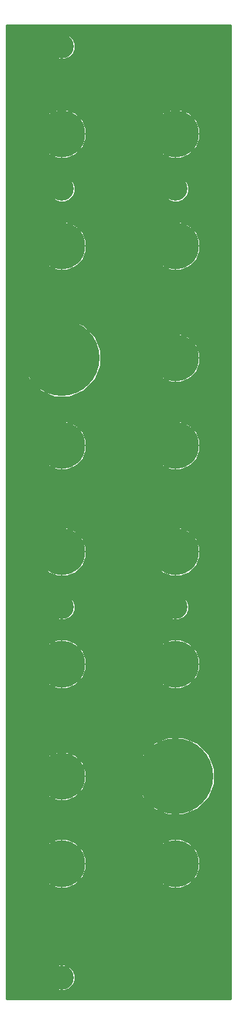
<source format=gtl>
G04 #@! TF.GenerationSoftware,KiCad,Pcbnew,(5.0.0)*
G04 #@! TF.CreationDate,2018-08-12T22:01:39+02:00*
G04 #@! TF.ProjectId,twobytwo_tone_rev1_panel,74776F627974776F5F746F6E655F7265,rev?*
G04 #@! TF.SameCoordinates,Original*
G04 #@! TF.FileFunction,Copper,L1,Top,Signal*
G04 #@! TF.FilePolarity,Positive*
%FSLAX46Y46*%
G04 Gerber Fmt 4.6, Leading zero omitted, Abs format (unit mm)*
G04 Created by KiCad (PCBNEW (5.0.0)) date 08/12/18 22:01:39*
%MOMM*%
%LPD*%
G01*
G04 APERTURE LIST*
G04 #@! TA.AperFunction,ComponentPad*
%ADD10C,6.200000*%
G04 #@! TD*
G04 #@! TA.AperFunction,ComponentPad*
%ADD11C,3.200000*%
G04 #@! TD*
G04 #@! TA.AperFunction,ComponentPad*
%ADD12C,10.000000*%
G04 #@! TD*
G04 #@! TA.AperFunction,NonConductor*
%ADD13C,0.254000*%
G04 #@! TD*
G04 APERTURE END LIST*
D10*
G04 #@! TO.P,REF\002A\002A,*
G04 #@! TO.N,*
X22500000Y-43990000D03*
G04 #@! TD*
G04 #@! TO.P,REF\002A\002A,*
G04 #@! TO.N,*
X22500000Y-110490000D03*
G04 #@! TD*
D11*
G04 #@! TO.P,REF\002A\002A,*
G04 #@! TO.N,*
X22500000Y-76750000D03*
G04 #@! TD*
G04 #@! TO.P,REF\002A\002A,*
G04 #@! TO.N,*
X22500000Y-21750000D03*
G04 #@! TD*
D10*
G04 #@! TO.P,REF\002A\002A,*
G04 #@! TO.N,*
X22500000Y-55490000D03*
G04 #@! TD*
G04 #@! TO.P,REF\002A\002A,*
G04 #@! TO.N,*
X22500000Y-84240000D03*
G04 #@! TD*
G04 #@! TO.P,REF\002A\002A,*
G04 #@! TO.N,*
X22500000Y-14490000D03*
G04 #@! TD*
D12*
G04 #@! TO.P,REF\002A\002A,*
G04 #@! TO.N,*
X22500000Y-98990000D03*
G04 #@! TD*
D10*
G04 #@! TO.P,REF\002A\002A,*
G04 #@! TO.N,*
X22500000Y-29240000D03*
G04 #@! TD*
G04 #@! TO.P,REF\002A\002A,*
G04 #@! TO.N,*
X22500000Y-69490000D03*
G04 #@! TD*
D11*
G04 #@! TO.P,REF\002A\002A,*
G04 #@! TO.N,*
X7500000Y-3000000D03*
G04 #@! TD*
G04 #@! TO.P,REF\002A\002A,*
G04 #@! TO.N,*
X7500000Y-125500000D03*
G04 #@! TD*
D10*
G04 #@! TO.P,REF\002A\002A,*
G04 #@! TO.N,*
X7500000Y-14490000D03*
G04 #@! TD*
G04 #@! TO.P,REF\002A\002A,*
G04 #@! TO.N,*
X7500000Y-110490000D03*
G04 #@! TD*
G04 #@! TO.P,REF\002A\002A,*
G04 #@! TO.N,*
X7500000Y-98990000D03*
G04 #@! TD*
G04 #@! TO.P,REF\002A\002A,*
G04 #@! TO.N,*
X7500000Y-84240000D03*
G04 #@! TD*
G04 #@! TO.P,REF\002A\002A,*
G04 #@! TO.N,*
X7500000Y-69490000D03*
G04 #@! TD*
G04 #@! TO.P,REF\002A\002A,*
G04 #@! TO.N,*
X7500000Y-55490000D03*
G04 #@! TD*
G04 #@! TO.P,REF\002A\002A,*
G04 #@! TO.N,*
X7500000Y-29240000D03*
G04 #@! TD*
D12*
G04 #@! TO.P,REF\002A\002A,*
G04 #@! TO.N,*
X7500000Y-43990000D03*
G04 #@! TD*
D11*
G04 #@! TO.P,REF\002A\002A,*
G04 #@! TO.N,*
X7500000Y-21750000D03*
G04 #@! TD*
G04 #@! TO.P,REF\002A\002A,*
G04 #@! TO.N,*
X7500000Y-76750000D03*
G04 #@! TD*
D13*
G36*
X29773001Y-128273000D02*
X227000Y-128273000D01*
X227000Y-125156478D01*
X5773000Y-125156478D01*
X5773000Y-125843522D01*
X6035920Y-126478267D01*
X6521733Y-126964080D01*
X7156478Y-127227000D01*
X7843522Y-127227000D01*
X8478267Y-126964080D01*
X8964080Y-126478267D01*
X9227000Y-125843522D01*
X9227000Y-125156478D01*
X8964080Y-124521733D01*
X8478267Y-124035920D01*
X7843522Y-123773000D01*
X7156478Y-123773000D01*
X6521733Y-124035920D01*
X6035920Y-124521733D01*
X5773000Y-125156478D01*
X227000Y-125156478D01*
X227000Y-109848110D01*
X4273000Y-109848110D01*
X4273000Y-111131890D01*
X4764281Y-112317949D01*
X5672051Y-113225719D01*
X6858110Y-113717000D01*
X8141890Y-113717000D01*
X9327949Y-113225719D01*
X10235719Y-112317949D01*
X10727000Y-111131890D01*
X10727000Y-109848110D01*
X19273000Y-109848110D01*
X19273000Y-111131890D01*
X19764281Y-112317949D01*
X20672051Y-113225719D01*
X21858110Y-113717000D01*
X23141890Y-113717000D01*
X24327949Y-113225719D01*
X25235719Y-112317949D01*
X25727000Y-111131890D01*
X25727000Y-109848110D01*
X25235719Y-108662051D01*
X24327949Y-107754281D01*
X23141890Y-107263000D01*
X21858110Y-107263000D01*
X20672051Y-107754281D01*
X19764281Y-108662051D01*
X19273000Y-109848110D01*
X10727000Y-109848110D01*
X10235719Y-108662051D01*
X9327949Y-107754281D01*
X8141890Y-107263000D01*
X6858110Y-107263000D01*
X5672051Y-107754281D01*
X4764281Y-108662051D01*
X4273000Y-109848110D01*
X227000Y-109848110D01*
X227000Y-98348110D01*
X4273000Y-98348110D01*
X4273000Y-99631890D01*
X4764281Y-100817949D01*
X5672051Y-101725719D01*
X6858110Y-102217000D01*
X8141890Y-102217000D01*
X9327949Y-101725719D01*
X10235719Y-100817949D01*
X10727000Y-99631890D01*
X10727000Y-98348110D01*
X10570455Y-97970176D01*
X17373000Y-97970176D01*
X17373000Y-100009824D01*
X18153539Y-101894212D01*
X19595788Y-103336461D01*
X21480176Y-104117000D01*
X23519824Y-104117000D01*
X25404212Y-103336461D01*
X26846461Y-101894212D01*
X27627000Y-100009824D01*
X27627000Y-97970176D01*
X26846461Y-96085788D01*
X25404212Y-94643539D01*
X23519824Y-93863000D01*
X21480176Y-93863000D01*
X19595788Y-94643539D01*
X18153539Y-96085788D01*
X17373000Y-97970176D01*
X10570455Y-97970176D01*
X10235719Y-97162051D01*
X9327949Y-96254281D01*
X8141890Y-95763000D01*
X6858110Y-95763000D01*
X5672051Y-96254281D01*
X4764281Y-97162051D01*
X4273000Y-98348110D01*
X227000Y-98348110D01*
X227000Y-83598110D01*
X4273000Y-83598110D01*
X4273000Y-84881890D01*
X4764281Y-86067949D01*
X5672051Y-86975719D01*
X6858110Y-87467000D01*
X8141890Y-87467000D01*
X9327949Y-86975719D01*
X10235719Y-86067949D01*
X10727000Y-84881890D01*
X10727000Y-83598110D01*
X19273000Y-83598110D01*
X19273000Y-84881890D01*
X19764281Y-86067949D01*
X20672051Y-86975719D01*
X21858110Y-87467000D01*
X23141890Y-87467000D01*
X24327949Y-86975719D01*
X25235719Y-86067949D01*
X25727000Y-84881890D01*
X25727000Y-83598110D01*
X25235719Y-82412051D01*
X24327949Y-81504281D01*
X23141890Y-81013000D01*
X21858110Y-81013000D01*
X20672051Y-81504281D01*
X19764281Y-82412051D01*
X19273000Y-83598110D01*
X10727000Y-83598110D01*
X10235719Y-82412051D01*
X9327949Y-81504281D01*
X8141890Y-81013000D01*
X6858110Y-81013000D01*
X5672051Y-81504281D01*
X4764281Y-82412051D01*
X4273000Y-83598110D01*
X227000Y-83598110D01*
X227000Y-76406478D01*
X5773000Y-76406478D01*
X5773000Y-77093522D01*
X6035920Y-77728267D01*
X6521733Y-78214080D01*
X7156478Y-78477000D01*
X7843522Y-78477000D01*
X8478267Y-78214080D01*
X8964080Y-77728267D01*
X9227000Y-77093522D01*
X9227000Y-76406478D01*
X20773000Y-76406478D01*
X20773000Y-77093522D01*
X21035920Y-77728267D01*
X21521733Y-78214080D01*
X22156478Y-78477000D01*
X22843522Y-78477000D01*
X23478267Y-78214080D01*
X23964080Y-77728267D01*
X24227000Y-77093522D01*
X24227000Y-76406478D01*
X23964080Y-75771733D01*
X23478267Y-75285920D01*
X22843522Y-75023000D01*
X22156478Y-75023000D01*
X21521733Y-75285920D01*
X21035920Y-75771733D01*
X20773000Y-76406478D01*
X9227000Y-76406478D01*
X8964080Y-75771733D01*
X8478267Y-75285920D01*
X7843522Y-75023000D01*
X7156478Y-75023000D01*
X6521733Y-75285920D01*
X6035920Y-75771733D01*
X5773000Y-76406478D01*
X227000Y-76406478D01*
X227000Y-68848110D01*
X4273000Y-68848110D01*
X4273000Y-70131890D01*
X4764281Y-71317949D01*
X5672051Y-72225719D01*
X6858110Y-72717000D01*
X8141890Y-72717000D01*
X9327949Y-72225719D01*
X10235719Y-71317949D01*
X10727000Y-70131890D01*
X10727000Y-68848110D01*
X19273000Y-68848110D01*
X19273000Y-70131890D01*
X19764281Y-71317949D01*
X20672051Y-72225719D01*
X21858110Y-72717000D01*
X23141890Y-72717000D01*
X24327949Y-72225719D01*
X25235719Y-71317949D01*
X25727000Y-70131890D01*
X25727000Y-68848110D01*
X25235719Y-67662051D01*
X24327949Y-66754281D01*
X23141890Y-66263000D01*
X21858110Y-66263000D01*
X20672051Y-66754281D01*
X19764281Y-67662051D01*
X19273000Y-68848110D01*
X10727000Y-68848110D01*
X10235719Y-67662051D01*
X9327949Y-66754281D01*
X8141890Y-66263000D01*
X6858110Y-66263000D01*
X5672051Y-66754281D01*
X4764281Y-67662051D01*
X4273000Y-68848110D01*
X227000Y-68848110D01*
X227000Y-54848110D01*
X4273000Y-54848110D01*
X4273000Y-56131890D01*
X4764281Y-57317949D01*
X5672051Y-58225719D01*
X6858110Y-58717000D01*
X8141890Y-58717000D01*
X9327949Y-58225719D01*
X10235719Y-57317949D01*
X10727000Y-56131890D01*
X10727000Y-54848110D01*
X19273000Y-54848110D01*
X19273000Y-56131890D01*
X19764281Y-57317949D01*
X20672051Y-58225719D01*
X21858110Y-58717000D01*
X23141890Y-58717000D01*
X24327949Y-58225719D01*
X25235719Y-57317949D01*
X25727000Y-56131890D01*
X25727000Y-54848110D01*
X25235719Y-53662051D01*
X24327949Y-52754281D01*
X23141890Y-52263000D01*
X21858110Y-52263000D01*
X20672051Y-52754281D01*
X19764281Y-53662051D01*
X19273000Y-54848110D01*
X10727000Y-54848110D01*
X10235719Y-53662051D01*
X9327949Y-52754281D01*
X8141890Y-52263000D01*
X6858110Y-52263000D01*
X5672051Y-52754281D01*
X4764281Y-53662051D01*
X4273000Y-54848110D01*
X227000Y-54848110D01*
X227000Y-42970176D01*
X2373000Y-42970176D01*
X2373000Y-45009824D01*
X3153539Y-46894212D01*
X4595788Y-48336461D01*
X6480176Y-49117000D01*
X8519824Y-49117000D01*
X10404212Y-48336461D01*
X11846461Y-46894212D01*
X12627000Y-45009824D01*
X12627000Y-43348110D01*
X19273000Y-43348110D01*
X19273000Y-44631890D01*
X19764281Y-45817949D01*
X20672051Y-46725719D01*
X21858110Y-47217000D01*
X23141890Y-47217000D01*
X24327949Y-46725719D01*
X25235719Y-45817949D01*
X25727000Y-44631890D01*
X25727000Y-43348110D01*
X25235719Y-42162051D01*
X24327949Y-41254281D01*
X23141890Y-40763000D01*
X21858110Y-40763000D01*
X20672051Y-41254281D01*
X19764281Y-42162051D01*
X19273000Y-43348110D01*
X12627000Y-43348110D01*
X12627000Y-42970176D01*
X11846461Y-41085788D01*
X10404212Y-39643539D01*
X8519824Y-38863000D01*
X6480176Y-38863000D01*
X4595788Y-39643539D01*
X3153539Y-41085788D01*
X2373000Y-42970176D01*
X227000Y-42970176D01*
X227000Y-28598110D01*
X4273000Y-28598110D01*
X4273000Y-29881890D01*
X4764281Y-31067949D01*
X5672051Y-31975719D01*
X6858110Y-32467000D01*
X8141890Y-32467000D01*
X9327949Y-31975719D01*
X10235719Y-31067949D01*
X10727000Y-29881890D01*
X10727000Y-28598110D01*
X19273000Y-28598110D01*
X19273000Y-29881890D01*
X19764281Y-31067949D01*
X20672051Y-31975719D01*
X21858110Y-32467000D01*
X23141890Y-32467000D01*
X24327949Y-31975719D01*
X25235719Y-31067949D01*
X25727000Y-29881890D01*
X25727000Y-28598110D01*
X25235719Y-27412051D01*
X24327949Y-26504281D01*
X23141890Y-26013000D01*
X21858110Y-26013000D01*
X20672051Y-26504281D01*
X19764281Y-27412051D01*
X19273000Y-28598110D01*
X10727000Y-28598110D01*
X10235719Y-27412051D01*
X9327949Y-26504281D01*
X8141890Y-26013000D01*
X6858110Y-26013000D01*
X5672051Y-26504281D01*
X4764281Y-27412051D01*
X4273000Y-28598110D01*
X227000Y-28598110D01*
X227000Y-21406478D01*
X5773000Y-21406478D01*
X5773000Y-22093522D01*
X6035920Y-22728267D01*
X6521733Y-23214080D01*
X7156478Y-23477000D01*
X7843522Y-23477000D01*
X8478267Y-23214080D01*
X8964080Y-22728267D01*
X9227000Y-22093522D01*
X9227000Y-21406478D01*
X20773000Y-21406478D01*
X20773000Y-22093522D01*
X21035920Y-22728267D01*
X21521733Y-23214080D01*
X22156478Y-23477000D01*
X22843522Y-23477000D01*
X23478267Y-23214080D01*
X23964080Y-22728267D01*
X24227000Y-22093522D01*
X24227000Y-21406478D01*
X23964080Y-20771733D01*
X23478267Y-20285920D01*
X22843522Y-20023000D01*
X22156478Y-20023000D01*
X21521733Y-20285920D01*
X21035920Y-20771733D01*
X20773000Y-21406478D01*
X9227000Y-21406478D01*
X8964080Y-20771733D01*
X8478267Y-20285920D01*
X7843522Y-20023000D01*
X7156478Y-20023000D01*
X6521733Y-20285920D01*
X6035920Y-20771733D01*
X5773000Y-21406478D01*
X227000Y-21406478D01*
X227000Y-13848110D01*
X4273000Y-13848110D01*
X4273000Y-15131890D01*
X4764281Y-16317949D01*
X5672051Y-17225719D01*
X6858110Y-17717000D01*
X8141890Y-17717000D01*
X9327949Y-17225719D01*
X10235719Y-16317949D01*
X10727000Y-15131890D01*
X10727000Y-13848110D01*
X19273000Y-13848110D01*
X19273000Y-15131890D01*
X19764281Y-16317949D01*
X20672051Y-17225719D01*
X21858110Y-17717000D01*
X23141890Y-17717000D01*
X24327949Y-17225719D01*
X25235719Y-16317949D01*
X25727000Y-15131890D01*
X25727000Y-13848110D01*
X25235719Y-12662051D01*
X24327949Y-11754281D01*
X23141890Y-11263000D01*
X21858110Y-11263000D01*
X20672051Y-11754281D01*
X19764281Y-12662051D01*
X19273000Y-13848110D01*
X10727000Y-13848110D01*
X10235719Y-12662051D01*
X9327949Y-11754281D01*
X8141890Y-11263000D01*
X6858110Y-11263000D01*
X5672051Y-11754281D01*
X4764281Y-12662051D01*
X4273000Y-13848110D01*
X227000Y-13848110D01*
X227000Y-2656478D01*
X5773000Y-2656478D01*
X5773000Y-3343522D01*
X6035920Y-3978267D01*
X6521733Y-4464080D01*
X7156478Y-4727000D01*
X7843522Y-4727000D01*
X8478267Y-4464080D01*
X8964080Y-3978267D01*
X9227000Y-3343522D01*
X9227000Y-2656478D01*
X8964080Y-2021733D01*
X8478267Y-1535920D01*
X7843522Y-1273000D01*
X7156478Y-1273000D01*
X6521733Y-1535920D01*
X6035920Y-2021733D01*
X5773000Y-2656478D01*
X227000Y-2656478D01*
X227000Y-227000D01*
X29773000Y-227000D01*
X29773001Y-128273000D01*
X29773001Y-128273000D01*
G37*
X29773001Y-128273000D02*
X227000Y-128273000D01*
X227000Y-125156478D01*
X5773000Y-125156478D01*
X5773000Y-125843522D01*
X6035920Y-126478267D01*
X6521733Y-126964080D01*
X7156478Y-127227000D01*
X7843522Y-127227000D01*
X8478267Y-126964080D01*
X8964080Y-126478267D01*
X9227000Y-125843522D01*
X9227000Y-125156478D01*
X8964080Y-124521733D01*
X8478267Y-124035920D01*
X7843522Y-123773000D01*
X7156478Y-123773000D01*
X6521733Y-124035920D01*
X6035920Y-124521733D01*
X5773000Y-125156478D01*
X227000Y-125156478D01*
X227000Y-109848110D01*
X4273000Y-109848110D01*
X4273000Y-111131890D01*
X4764281Y-112317949D01*
X5672051Y-113225719D01*
X6858110Y-113717000D01*
X8141890Y-113717000D01*
X9327949Y-113225719D01*
X10235719Y-112317949D01*
X10727000Y-111131890D01*
X10727000Y-109848110D01*
X19273000Y-109848110D01*
X19273000Y-111131890D01*
X19764281Y-112317949D01*
X20672051Y-113225719D01*
X21858110Y-113717000D01*
X23141890Y-113717000D01*
X24327949Y-113225719D01*
X25235719Y-112317949D01*
X25727000Y-111131890D01*
X25727000Y-109848110D01*
X25235719Y-108662051D01*
X24327949Y-107754281D01*
X23141890Y-107263000D01*
X21858110Y-107263000D01*
X20672051Y-107754281D01*
X19764281Y-108662051D01*
X19273000Y-109848110D01*
X10727000Y-109848110D01*
X10235719Y-108662051D01*
X9327949Y-107754281D01*
X8141890Y-107263000D01*
X6858110Y-107263000D01*
X5672051Y-107754281D01*
X4764281Y-108662051D01*
X4273000Y-109848110D01*
X227000Y-109848110D01*
X227000Y-98348110D01*
X4273000Y-98348110D01*
X4273000Y-99631890D01*
X4764281Y-100817949D01*
X5672051Y-101725719D01*
X6858110Y-102217000D01*
X8141890Y-102217000D01*
X9327949Y-101725719D01*
X10235719Y-100817949D01*
X10727000Y-99631890D01*
X10727000Y-98348110D01*
X10570455Y-97970176D01*
X17373000Y-97970176D01*
X17373000Y-100009824D01*
X18153539Y-101894212D01*
X19595788Y-103336461D01*
X21480176Y-104117000D01*
X23519824Y-104117000D01*
X25404212Y-103336461D01*
X26846461Y-101894212D01*
X27627000Y-100009824D01*
X27627000Y-97970176D01*
X26846461Y-96085788D01*
X25404212Y-94643539D01*
X23519824Y-93863000D01*
X21480176Y-93863000D01*
X19595788Y-94643539D01*
X18153539Y-96085788D01*
X17373000Y-97970176D01*
X10570455Y-97970176D01*
X10235719Y-97162051D01*
X9327949Y-96254281D01*
X8141890Y-95763000D01*
X6858110Y-95763000D01*
X5672051Y-96254281D01*
X4764281Y-97162051D01*
X4273000Y-98348110D01*
X227000Y-98348110D01*
X227000Y-83598110D01*
X4273000Y-83598110D01*
X4273000Y-84881890D01*
X4764281Y-86067949D01*
X5672051Y-86975719D01*
X6858110Y-87467000D01*
X8141890Y-87467000D01*
X9327949Y-86975719D01*
X10235719Y-86067949D01*
X10727000Y-84881890D01*
X10727000Y-83598110D01*
X19273000Y-83598110D01*
X19273000Y-84881890D01*
X19764281Y-86067949D01*
X20672051Y-86975719D01*
X21858110Y-87467000D01*
X23141890Y-87467000D01*
X24327949Y-86975719D01*
X25235719Y-86067949D01*
X25727000Y-84881890D01*
X25727000Y-83598110D01*
X25235719Y-82412051D01*
X24327949Y-81504281D01*
X23141890Y-81013000D01*
X21858110Y-81013000D01*
X20672051Y-81504281D01*
X19764281Y-82412051D01*
X19273000Y-83598110D01*
X10727000Y-83598110D01*
X10235719Y-82412051D01*
X9327949Y-81504281D01*
X8141890Y-81013000D01*
X6858110Y-81013000D01*
X5672051Y-81504281D01*
X4764281Y-82412051D01*
X4273000Y-83598110D01*
X227000Y-83598110D01*
X227000Y-76406478D01*
X5773000Y-76406478D01*
X5773000Y-77093522D01*
X6035920Y-77728267D01*
X6521733Y-78214080D01*
X7156478Y-78477000D01*
X7843522Y-78477000D01*
X8478267Y-78214080D01*
X8964080Y-77728267D01*
X9227000Y-77093522D01*
X9227000Y-76406478D01*
X20773000Y-76406478D01*
X20773000Y-77093522D01*
X21035920Y-77728267D01*
X21521733Y-78214080D01*
X22156478Y-78477000D01*
X22843522Y-78477000D01*
X23478267Y-78214080D01*
X23964080Y-77728267D01*
X24227000Y-77093522D01*
X24227000Y-76406478D01*
X23964080Y-75771733D01*
X23478267Y-75285920D01*
X22843522Y-75023000D01*
X22156478Y-75023000D01*
X21521733Y-75285920D01*
X21035920Y-75771733D01*
X20773000Y-76406478D01*
X9227000Y-76406478D01*
X8964080Y-75771733D01*
X8478267Y-75285920D01*
X7843522Y-75023000D01*
X7156478Y-75023000D01*
X6521733Y-75285920D01*
X6035920Y-75771733D01*
X5773000Y-76406478D01*
X227000Y-76406478D01*
X227000Y-68848110D01*
X4273000Y-68848110D01*
X4273000Y-70131890D01*
X4764281Y-71317949D01*
X5672051Y-72225719D01*
X6858110Y-72717000D01*
X8141890Y-72717000D01*
X9327949Y-72225719D01*
X10235719Y-71317949D01*
X10727000Y-70131890D01*
X10727000Y-68848110D01*
X19273000Y-68848110D01*
X19273000Y-70131890D01*
X19764281Y-71317949D01*
X20672051Y-72225719D01*
X21858110Y-72717000D01*
X23141890Y-72717000D01*
X24327949Y-72225719D01*
X25235719Y-71317949D01*
X25727000Y-70131890D01*
X25727000Y-68848110D01*
X25235719Y-67662051D01*
X24327949Y-66754281D01*
X23141890Y-66263000D01*
X21858110Y-66263000D01*
X20672051Y-66754281D01*
X19764281Y-67662051D01*
X19273000Y-68848110D01*
X10727000Y-68848110D01*
X10235719Y-67662051D01*
X9327949Y-66754281D01*
X8141890Y-66263000D01*
X6858110Y-66263000D01*
X5672051Y-66754281D01*
X4764281Y-67662051D01*
X4273000Y-68848110D01*
X227000Y-68848110D01*
X227000Y-54848110D01*
X4273000Y-54848110D01*
X4273000Y-56131890D01*
X4764281Y-57317949D01*
X5672051Y-58225719D01*
X6858110Y-58717000D01*
X8141890Y-58717000D01*
X9327949Y-58225719D01*
X10235719Y-57317949D01*
X10727000Y-56131890D01*
X10727000Y-54848110D01*
X19273000Y-54848110D01*
X19273000Y-56131890D01*
X19764281Y-57317949D01*
X20672051Y-58225719D01*
X21858110Y-58717000D01*
X23141890Y-58717000D01*
X24327949Y-58225719D01*
X25235719Y-57317949D01*
X25727000Y-56131890D01*
X25727000Y-54848110D01*
X25235719Y-53662051D01*
X24327949Y-52754281D01*
X23141890Y-52263000D01*
X21858110Y-52263000D01*
X20672051Y-52754281D01*
X19764281Y-53662051D01*
X19273000Y-54848110D01*
X10727000Y-54848110D01*
X10235719Y-53662051D01*
X9327949Y-52754281D01*
X8141890Y-52263000D01*
X6858110Y-52263000D01*
X5672051Y-52754281D01*
X4764281Y-53662051D01*
X4273000Y-54848110D01*
X227000Y-54848110D01*
X227000Y-42970176D01*
X2373000Y-42970176D01*
X2373000Y-45009824D01*
X3153539Y-46894212D01*
X4595788Y-48336461D01*
X6480176Y-49117000D01*
X8519824Y-49117000D01*
X10404212Y-48336461D01*
X11846461Y-46894212D01*
X12627000Y-45009824D01*
X12627000Y-43348110D01*
X19273000Y-43348110D01*
X19273000Y-44631890D01*
X19764281Y-45817949D01*
X20672051Y-46725719D01*
X21858110Y-47217000D01*
X23141890Y-47217000D01*
X24327949Y-46725719D01*
X25235719Y-45817949D01*
X25727000Y-44631890D01*
X25727000Y-43348110D01*
X25235719Y-42162051D01*
X24327949Y-41254281D01*
X23141890Y-40763000D01*
X21858110Y-40763000D01*
X20672051Y-41254281D01*
X19764281Y-42162051D01*
X19273000Y-43348110D01*
X12627000Y-43348110D01*
X12627000Y-42970176D01*
X11846461Y-41085788D01*
X10404212Y-39643539D01*
X8519824Y-38863000D01*
X6480176Y-38863000D01*
X4595788Y-39643539D01*
X3153539Y-41085788D01*
X2373000Y-42970176D01*
X227000Y-42970176D01*
X227000Y-28598110D01*
X4273000Y-28598110D01*
X4273000Y-29881890D01*
X4764281Y-31067949D01*
X5672051Y-31975719D01*
X6858110Y-32467000D01*
X8141890Y-32467000D01*
X9327949Y-31975719D01*
X10235719Y-31067949D01*
X10727000Y-29881890D01*
X10727000Y-28598110D01*
X19273000Y-28598110D01*
X19273000Y-29881890D01*
X19764281Y-31067949D01*
X20672051Y-31975719D01*
X21858110Y-32467000D01*
X23141890Y-32467000D01*
X24327949Y-31975719D01*
X25235719Y-31067949D01*
X25727000Y-29881890D01*
X25727000Y-28598110D01*
X25235719Y-27412051D01*
X24327949Y-26504281D01*
X23141890Y-26013000D01*
X21858110Y-26013000D01*
X20672051Y-26504281D01*
X19764281Y-27412051D01*
X19273000Y-28598110D01*
X10727000Y-28598110D01*
X10235719Y-27412051D01*
X9327949Y-26504281D01*
X8141890Y-26013000D01*
X6858110Y-26013000D01*
X5672051Y-26504281D01*
X4764281Y-27412051D01*
X4273000Y-28598110D01*
X227000Y-28598110D01*
X227000Y-21406478D01*
X5773000Y-21406478D01*
X5773000Y-22093522D01*
X6035920Y-22728267D01*
X6521733Y-23214080D01*
X7156478Y-23477000D01*
X7843522Y-23477000D01*
X8478267Y-23214080D01*
X8964080Y-22728267D01*
X9227000Y-22093522D01*
X9227000Y-21406478D01*
X20773000Y-21406478D01*
X20773000Y-22093522D01*
X21035920Y-22728267D01*
X21521733Y-23214080D01*
X22156478Y-23477000D01*
X22843522Y-23477000D01*
X23478267Y-23214080D01*
X23964080Y-22728267D01*
X24227000Y-22093522D01*
X24227000Y-21406478D01*
X23964080Y-20771733D01*
X23478267Y-20285920D01*
X22843522Y-20023000D01*
X22156478Y-20023000D01*
X21521733Y-20285920D01*
X21035920Y-20771733D01*
X20773000Y-21406478D01*
X9227000Y-21406478D01*
X8964080Y-20771733D01*
X8478267Y-20285920D01*
X7843522Y-20023000D01*
X7156478Y-20023000D01*
X6521733Y-20285920D01*
X6035920Y-20771733D01*
X5773000Y-21406478D01*
X227000Y-21406478D01*
X227000Y-13848110D01*
X4273000Y-13848110D01*
X4273000Y-15131890D01*
X4764281Y-16317949D01*
X5672051Y-17225719D01*
X6858110Y-17717000D01*
X8141890Y-17717000D01*
X9327949Y-17225719D01*
X10235719Y-16317949D01*
X10727000Y-15131890D01*
X10727000Y-13848110D01*
X19273000Y-13848110D01*
X19273000Y-15131890D01*
X19764281Y-16317949D01*
X20672051Y-17225719D01*
X21858110Y-17717000D01*
X23141890Y-17717000D01*
X24327949Y-17225719D01*
X25235719Y-16317949D01*
X25727000Y-15131890D01*
X25727000Y-13848110D01*
X25235719Y-12662051D01*
X24327949Y-11754281D01*
X23141890Y-11263000D01*
X21858110Y-11263000D01*
X20672051Y-11754281D01*
X19764281Y-12662051D01*
X19273000Y-13848110D01*
X10727000Y-13848110D01*
X10235719Y-12662051D01*
X9327949Y-11754281D01*
X8141890Y-11263000D01*
X6858110Y-11263000D01*
X5672051Y-11754281D01*
X4764281Y-12662051D01*
X4273000Y-13848110D01*
X227000Y-13848110D01*
X227000Y-2656478D01*
X5773000Y-2656478D01*
X5773000Y-3343522D01*
X6035920Y-3978267D01*
X6521733Y-4464080D01*
X7156478Y-4727000D01*
X7843522Y-4727000D01*
X8478267Y-4464080D01*
X8964080Y-3978267D01*
X9227000Y-3343522D01*
X9227000Y-2656478D01*
X8964080Y-2021733D01*
X8478267Y-1535920D01*
X7843522Y-1273000D01*
X7156478Y-1273000D01*
X6521733Y-1535920D01*
X6035920Y-2021733D01*
X5773000Y-2656478D01*
X227000Y-2656478D01*
X227000Y-227000D01*
X29773000Y-227000D01*
X29773001Y-128273000D01*
M02*

</source>
